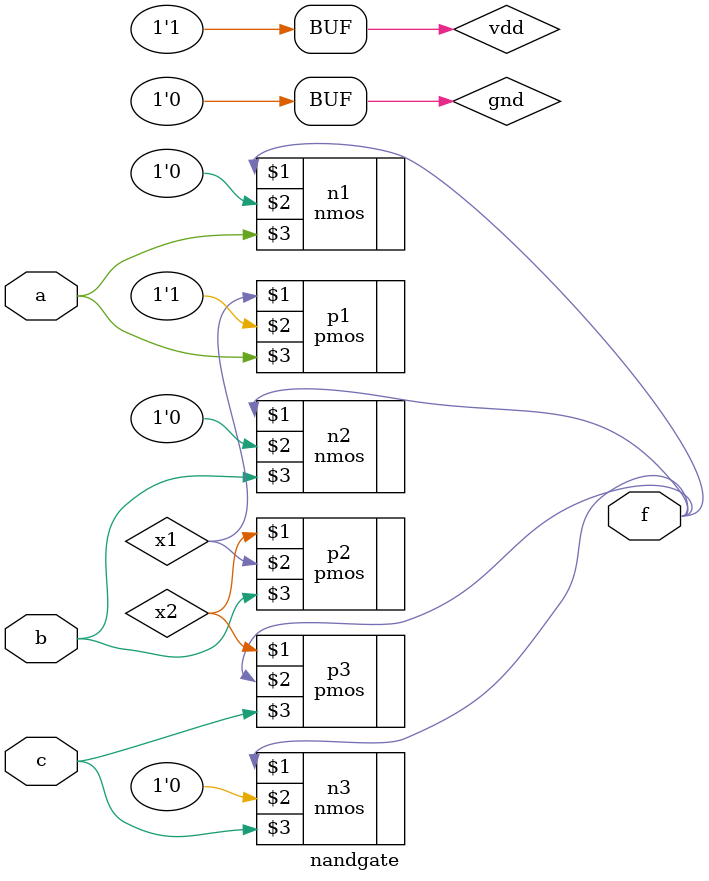
<source format=v>
module nandgate (a,b,c,f);
    input a,b,c;
    output f;
    wire x1,x2;
    supply1 vdd;
    supply0 gnd;
    pmos p1(x1,vdd,a);
    pmos p2(x2,x1,b);
    pmos p3(x2,f,c);
    nmos n1(f,gnd,a);
    nmos n2(f,gnd,b);
    nmos n3(f,gnd,c);

endmodule
</source>
